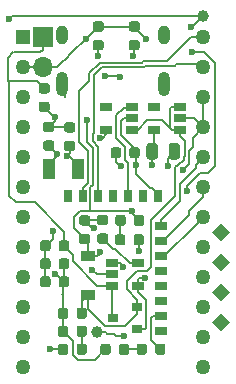
<source format=gbr>
G04 #@! TF.GenerationSoftware,KiCad,Pcbnew,(5.1.9)-1*
G04 #@! TF.CreationDate,2021-01-24T00:06:14-06:00*
G04 #@! TF.ProjectId,BlueMicro840,426c7565-4d69-4637-926f-3834302e6b69,rev?*
G04 #@! TF.SameCoordinates,Original*
G04 #@! TF.FileFunction,Copper,L1,Top*
G04 #@! TF.FilePolarity,Positive*
%FSLAX46Y46*%
G04 Gerber Fmt 4.6, Leading zero omitted, Abs format (unit mm)*
G04 Created by KiCad (PCBNEW (5.1.9)-1) date 2021-01-24 00:06:14*
%MOMM*%
%LPD*%
G01*
G04 APERTURE LIST*
G04 #@! TA.AperFunction,ComponentPad*
%ADD10R,1.000000X0.650000*%
G04 #@! TD*
G04 #@! TA.AperFunction,ComponentPad*
%ADD11R,0.650000X1.000000*%
G04 #@! TD*
G04 #@! TA.AperFunction,SMDPad,CuDef*
%ADD12R,1.000000X1.800000*%
G04 #@! TD*
G04 #@! TA.AperFunction,SMDPad,CuDef*
%ADD13R,1.060000X0.650000*%
G04 #@! TD*
G04 #@! TA.AperFunction,SMDPad,CuDef*
%ADD14R,1.200000X0.900000*%
G04 #@! TD*
G04 #@! TA.AperFunction,SMDPad,CuDef*
%ADD15R,0.900000X0.800000*%
G04 #@! TD*
G04 #@! TA.AperFunction,SMDPad,CuDef*
%ADD16C,1.000000*%
G04 #@! TD*
G04 #@! TA.AperFunction,ComponentPad*
%ADD17C,1.270000*%
G04 #@! TD*
G04 #@! TA.AperFunction,ComponentPad*
%ADD18R,1.250000X1.250000*%
G04 #@! TD*
G04 #@! TA.AperFunction,ComponentPad*
%ADD19C,0.100000*%
G04 #@! TD*
G04 #@! TA.AperFunction,ComponentPad*
%ADD20O,1.000000X1.600000*%
G04 #@! TD*
G04 #@! TA.AperFunction,ComponentPad*
%ADD21O,1.000000X2.100000*%
G04 #@! TD*
G04 #@! TA.AperFunction,ComponentPad*
%ADD22R,1.700000X1.700000*%
G04 #@! TD*
G04 #@! TA.AperFunction,ComponentPad*
%ADD23O,1.700000X1.700000*%
G04 #@! TD*
G04 #@! TA.AperFunction,ViaPad*
%ADD24C,0.600000*%
G04 #@! TD*
G04 #@! TA.AperFunction,Conductor*
%ADD25C,0.200000*%
G04 #@! TD*
G04 APERTURE END LIST*
D10*
X107842533Y-128354775D03*
X107842533Y-129624775D03*
X107842533Y-130894775D03*
X107842533Y-132164775D03*
X107842533Y-133434775D03*
X107842533Y-134704775D03*
X107842533Y-135974775D03*
X107842533Y-137244775D03*
D11*
X101238533Y-125814775D03*
X99968533Y-125814775D03*
X105048533Y-125814775D03*
X102508533Y-125814775D03*
X106318533Y-125814775D03*
X107588533Y-125814775D03*
X103778533Y-125814775D03*
G04 #@! TA.AperFunction,SMDPad,CuDef*
G36*
G01*
X101572033Y-138512525D02*
X101572033Y-139025025D01*
G75*
G02*
X101353283Y-139243775I-218750J0D01*
G01*
X100915783Y-139243775D01*
G75*
G02*
X100697033Y-139025025I0J218750D01*
G01*
X100697033Y-138512525D01*
G75*
G02*
X100915783Y-138293775I218750J0D01*
G01*
X101353283Y-138293775D01*
G75*
G02*
X101572033Y-138512525I0J-218750D01*
G01*
G37*
G04 #@! TD.AperFunction*
G04 #@! TA.AperFunction,SMDPad,CuDef*
G36*
G01*
X99997033Y-138512525D02*
X99997033Y-139025025D01*
G75*
G02*
X99778283Y-139243775I-218750J0D01*
G01*
X99340783Y-139243775D01*
G75*
G02*
X99122033Y-139025025I0J218750D01*
G01*
X99122033Y-138512525D01*
G75*
G02*
X99340783Y-138293775I218750J0D01*
G01*
X99778283Y-138293775D01*
G75*
G02*
X99997033Y-138512525I0J-218750D01*
G01*
G37*
G04 #@! TD.AperFunction*
G04 #@! TA.AperFunction,SMDPad,CuDef*
G36*
G01*
X103973533Y-128103025D02*
X103973533Y-127590525D01*
G75*
G02*
X104192283Y-127371775I218750J0D01*
G01*
X104629783Y-127371775D01*
G75*
G02*
X104848533Y-127590525I0J-218750D01*
G01*
X104848533Y-128103025D01*
G75*
G02*
X104629783Y-128321775I-218750J0D01*
G01*
X104192283Y-128321775D01*
G75*
G02*
X103973533Y-128103025I0J218750D01*
G01*
G37*
G04 #@! TD.AperFunction*
G04 #@! TA.AperFunction,SMDPad,CuDef*
G36*
G01*
X105548533Y-128103025D02*
X105548533Y-127590525D01*
G75*
G02*
X105767283Y-127371775I218750J0D01*
G01*
X106204783Y-127371775D01*
G75*
G02*
X106423533Y-127590525I0J-218750D01*
G01*
X106423533Y-128103025D01*
G75*
G02*
X106204783Y-128321775I-218750J0D01*
G01*
X105767283Y-128321775D01*
G75*
G02*
X105548533Y-128103025I0J218750D01*
G01*
G37*
G04 #@! TD.AperFunction*
D12*
X98360533Y-123528775D03*
X100860533Y-123528775D03*
D13*
X107273533Y-120160775D03*
X107273533Y-118260775D03*
X109473533Y-118260775D03*
X109473533Y-119210775D03*
X109473533Y-120160775D03*
X103717533Y-131468775D03*
X103717533Y-132418775D03*
X103717533Y-133368775D03*
X105917533Y-133368775D03*
X105917533Y-131468775D03*
G04 #@! TA.AperFunction,SMDPad,CuDef*
G36*
G01*
X105777034Y-139025025D02*
X105777034Y-138512525D01*
G75*
G02*
X105995784Y-138293775I218750J0D01*
G01*
X106433284Y-138293775D01*
G75*
G02*
X106652034Y-138512525I0J-218750D01*
G01*
X106652034Y-139025025D01*
G75*
G02*
X106433284Y-139243775I-218750J0D01*
G01*
X105995784Y-139243775D01*
G75*
G02*
X105777034Y-139025025I0J218750D01*
G01*
G37*
G04 #@! TD.AperFunction*
G04 #@! TA.AperFunction,SMDPad,CuDef*
G36*
G01*
X107352034Y-139025025D02*
X107352034Y-138512525D01*
G75*
G02*
X107570784Y-138293775I218750J0D01*
G01*
X108008284Y-138293775D01*
G75*
G02*
X108227034Y-138512525I0J-218750D01*
G01*
X108227034Y-139025025D01*
G75*
G02*
X108008284Y-139243775I-218750J0D01*
G01*
X107570784Y-139243775D01*
G75*
G02*
X107352034Y-139025025I0J218750D01*
G01*
G37*
G04 #@! TD.AperFunction*
G04 #@! TA.AperFunction,SMDPad,CuDef*
G36*
G01*
X98596783Y-121959775D02*
X98084283Y-121959775D01*
G75*
G02*
X97865533Y-121741025I0J218750D01*
G01*
X97865533Y-121303525D01*
G75*
G02*
X98084283Y-121084775I218750J0D01*
G01*
X98596783Y-121084775D01*
G75*
G02*
X98815533Y-121303525I0J-218750D01*
G01*
X98815533Y-121741025D01*
G75*
G02*
X98596783Y-121959775I-218750J0D01*
G01*
G37*
G04 #@! TD.AperFunction*
G04 #@! TA.AperFunction,SMDPad,CuDef*
G36*
G01*
X98596783Y-120384775D02*
X98084283Y-120384775D01*
G75*
G02*
X97865533Y-120166025I0J218750D01*
G01*
X97865533Y-119728525D01*
G75*
G02*
X98084283Y-119509775I218750J0D01*
G01*
X98596783Y-119509775D01*
G75*
G02*
X98815533Y-119728525I0J-218750D01*
G01*
X98815533Y-120166025D01*
G75*
G02*
X98596783Y-120384775I-218750J0D01*
G01*
G37*
G04 #@! TD.AperFunction*
G04 #@! TA.AperFunction,SMDPad,CuDef*
G36*
G01*
X99862283Y-119535276D02*
X100374783Y-119535276D01*
G75*
G02*
X100593533Y-119754026I0J-218750D01*
G01*
X100593533Y-120191526D01*
G75*
G02*
X100374783Y-120410276I-218750J0D01*
G01*
X99862283Y-120410276D01*
G75*
G02*
X99643533Y-120191526I0J218750D01*
G01*
X99643533Y-119754026D01*
G75*
G02*
X99862283Y-119535276I218750J0D01*
G01*
G37*
G04 #@! TD.AperFunction*
G04 #@! TA.AperFunction,SMDPad,CuDef*
G36*
G01*
X99862283Y-121110276D02*
X100374783Y-121110276D01*
G75*
G02*
X100593533Y-121329026I0J-218750D01*
G01*
X100593533Y-121766526D01*
G75*
G02*
X100374783Y-121985276I-218750J0D01*
G01*
X99862283Y-121985276D01*
G75*
G02*
X99643533Y-121766526I0J218750D01*
G01*
X99643533Y-121329026D01*
G75*
G02*
X99862283Y-121110276I218750J0D01*
G01*
G37*
G04 #@! TD.AperFunction*
G04 #@! TA.AperFunction,SMDPad,CuDef*
G36*
G01*
X97703283Y-116233275D02*
X98215783Y-116233275D01*
G75*
G02*
X98434533Y-116452025I0J-218750D01*
G01*
X98434533Y-116889525D01*
G75*
G02*
X98215783Y-117108275I-218750J0D01*
G01*
X97703283Y-117108275D01*
G75*
G02*
X97484533Y-116889525I0J218750D01*
G01*
X97484533Y-116452025D01*
G75*
G02*
X97703283Y-116233275I218750J0D01*
G01*
G37*
G04 #@! TD.AperFunction*
G04 #@! TA.AperFunction,SMDPad,CuDef*
G36*
G01*
X97703283Y-117808275D02*
X98215783Y-117808275D01*
G75*
G02*
X98434533Y-118027025I0J-218750D01*
G01*
X98434533Y-118464525D01*
G75*
G02*
X98215783Y-118683275I-218750J0D01*
G01*
X97703283Y-118683275D01*
G75*
G02*
X97484533Y-118464525I0J218750D01*
G01*
X97484533Y-118027025D01*
G75*
G02*
X97703283Y-117808275I218750J0D01*
G01*
G37*
G04 #@! TD.AperFunction*
G04 #@! TA.AperFunction,SMDPad,CuDef*
G36*
G01*
X99997033Y-135464525D02*
X99997033Y-135977025D01*
G75*
G02*
X99778283Y-136195775I-218750J0D01*
G01*
X99340783Y-136195775D01*
G75*
G02*
X99122033Y-135977025I0J218750D01*
G01*
X99122033Y-135464525D01*
G75*
G02*
X99340783Y-135245775I218750J0D01*
G01*
X99778283Y-135245775D01*
G75*
G02*
X99997033Y-135464525I0J-218750D01*
G01*
G37*
G04 #@! TD.AperFunction*
G04 #@! TA.AperFunction,SMDPad,CuDef*
G36*
G01*
X101572033Y-135464525D02*
X101572033Y-135977025D01*
G75*
G02*
X101353283Y-136195775I-218750J0D01*
G01*
X100915783Y-136195775D01*
G75*
G02*
X100697033Y-135977025I0J218750D01*
G01*
X100697033Y-135464525D01*
G75*
G02*
X100915783Y-135245775I218750J0D01*
G01*
X101353283Y-135245775D01*
G75*
G02*
X101572033Y-135464525I0J-218750D01*
G01*
G37*
G04 #@! TD.AperFunction*
G04 #@! TA.AperFunction,SMDPad,CuDef*
G36*
G01*
X105167533Y-122388025D02*
X105167533Y-121875525D01*
G75*
G02*
X105386283Y-121656775I218750J0D01*
G01*
X105823783Y-121656775D01*
G75*
G02*
X106042533Y-121875525I0J-218750D01*
G01*
X106042533Y-122388025D01*
G75*
G02*
X105823783Y-122606775I-218750J0D01*
G01*
X105386283Y-122606775D01*
G75*
G02*
X105167533Y-122388025I0J218750D01*
G01*
G37*
G04 #@! TD.AperFunction*
G04 #@! TA.AperFunction,SMDPad,CuDef*
G36*
G01*
X103592533Y-122388025D02*
X103592533Y-121875525D01*
G75*
G02*
X103811283Y-121656775I218750J0D01*
G01*
X104248783Y-121656775D01*
G75*
G02*
X104467533Y-121875525I0J-218750D01*
G01*
X104467533Y-122388025D01*
G75*
G02*
X104248783Y-122606775I-218750J0D01*
G01*
X103811283Y-122606775D01*
G75*
G02*
X103592533Y-122388025I0J218750D01*
G01*
G37*
G04 #@! TD.AperFunction*
G04 #@! TA.AperFunction,SMDPad,CuDef*
G36*
G01*
X99198533Y-131786025D02*
X99198533Y-131273525D01*
G75*
G02*
X99417283Y-131054775I218750J0D01*
G01*
X99854783Y-131054775D01*
G75*
G02*
X100073533Y-131273525I0J-218750D01*
G01*
X100073533Y-131786025D01*
G75*
G02*
X99854783Y-132004775I-218750J0D01*
G01*
X99417283Y-132004775D01*
G75*
G02*
X99198533Y-131786025I0J218750D01*
G01*
G37*
G04 #@! TD.AperFunction*
G04 #@! TA.AperFunction,SMDPad,CuDef*
G36*
G01*
X97623533Y-131786025D02*
X97623533Y-131273525D01*
G75*
G02*
X97842283Y-131054775I218750J0D01*
G01*
X98279783Y-131054775D01*
G75*
G02*
X98498533Y-131273525I0J-218750D01*
G01*
X98498533Y-131786025D01*
G75*
G02*
X98279783Y-132004775I-218750J0D01*
G01*
X97842283Y-132004775D01*
G75*
G02*
X97623533Y-131786025I0J218750D01*
G01*
G37*
G04 #@! TD.AperFunction*
G04 #@! TA.AperFunction,SMDPad,CuDef*
G36*
G01*
X105523033Y-129754025D02*
X105523033Y-129241525D01*
G75*
G02*
X105741783Y-129022775I218750J0D01*
G01*
X106179283Y-129022775D01*
G75*
G02*
X106398033Y-129241525I0J-218750D01*
G01*
X106398033Y-129754025D01*
G75*
G02*
X106179283Y-129972775I-218750J0D01*
G01*
X105741783Y-129972775D01*
G75*
G02*
X105523033Y-129754025I0J218750D01*
G01*
G37*
G04 #@! TD.AperFunction*
G04 #@! TA.AperFunction,SMDPad,CuDef*
G36*
G01*
X103948033Y-129754025D02*
X103948033Y-129241525D01*
G75*
G02*
X104166783Y-129022775I218750J0D01*
G01*
X104604283Y-129022775D01*
G75*
G02*
X104823033Y-129241525I0J-218750D01*
G01*
X104823033Y-129754025D01*
G75*
G02*
X104604283Y-129972775I-218750J0D01*
G01*
X104166783Y-129972775D01*
G75*
G02*
X103948033Y-129754025I0J218750D01*
G01*
G37*
G04 #@! TD.AperFunction*
G04 #@! TA.AperFunction,SMDPad,CuDef*
G36*
G01*
X103168783Y-128258775D02*
X102656283Y-128258775D01*
G75*
G02*
X102437533Y-128040025I0J218750D01*
G01*
X102437533Y-127602525D01*
G75*
G02*
X102656283Y-127383775I218750J0D01*
G01*
X103168783Y-127383775D01*
G75*
G02*
X103387533Y-127602525I0J-218750D01*
G01*
X103387533Y-128040025D01*
G75*
G02*
X103168783Y-128258775I-218750J0D01*
G01*
G37*
G04 #@! TD.AperFunction*
G04 #@! TA.AperFunction,SMDPad,CuDef*
G36*
G01*
X103168783Y-129833775D02*
X102656283Y-129833775D01*
G75*
G02*
X102437533Y-129615025I0J218750D01*
G01*
X102437533Y-129177525D01*
G75*
G02*
X102656283Y-128958775I218750J0D01*
G01*
X103168783Y-128958775D01*
G75*
G02*
X103387533Y-129177525I0J-218750D01*
G01*
X103387533Y-129615025D01*
G75*
G02*
X103168783Y-129833775I-218750J0D01*
G01*
G37*
G04 #@! TD.AperFunction*
G04 #@! TA.AperFunction,SMDPad,CuDef*
G36*
G01*
X101644783Y-129859281D02*
X101132283Y-129859281D01*
G75*
G02*
X100913533Y-129640531I0J218750D01*
G01*
X100913533Y-129203031D01*
G75*
G02*
X101132283Y-128984281I218750J0D01*
G01*
X101644783Y-128984281D01*
G75*
G02*
X101863533Y-129203031I0J-218750D01*
G01*
X101863533Y-129640531D01*
G75*
G02*
X101644783Y-129859281I-218750J0D01*
G01*
G37*
G04 #@! TD.AperFunction*
G04 #@! TA.AperFunction,SMDPad,CuDef*
G36*
G01*
X101644783Y-128284281D02*
X101132283Y-128284281D01*
G75*
G02*
X100913533Y-128065531I0J218750D01*
G01*
X100913533Y-127628031D01*
G75*
G02*
X101132283Y-127409281I218750J0D01*
G01*
X101644783Y-127409281D01*
G75*
G02*
X101863533Y-127628031I0J-218750D01*
G01*
X101863533Y-128065531D01*
G75*
G02*
X101644783Y-128284281I-218750J0D01*
G01*
G37*
G04 #@! TD.AperFunction*
G04 #@! TA.AperFunction,SMDPad,CuDef*
G36*
G01*
X100073533Y-129749525D02*
X100073533Y-130262025D01*
G75*
G02*
X99854783Y-130480775I-218750J0D01*
G01*
X99417283Y-130480775D01*
G75*
G02*
X99198533Y-130262025I0J218750D01*
G01*
X99198533Y-129749525D01*
G75*
G02*
X99417283Y-129530775I218750J0D01*
G01*
X99854783Y-129530775D01*
G75*
G02*
X100073533Y-129749525I0J-218750D01*
G01*
G37*
G04 #@! TD.AperFunction*
G04 #@! TA.AperFunction,SMDPad,CuDef*
G36*
G01*
X98498533Y-129749525D02*
X98498533Y-130262025D01*
G75*
G02*
X98279783Y-130480775I-218750J0D01*
G01*
X97842283Y-130480775D01*
G75*
G02*
X97623533Y-130262025I0J218750D01*
G01*
X97623533Y-129749525D01*
G75*
G02*
X97842283Y-129530775I218750J0D01*
G01*
X98279783Y-129530775D01*
G75*
G02*
X98498533Y-129749525I0J-218750D01*
G01*
G37*
G04 #@! TD.AperFunction*
G04 #@! TA.AperFunction,SMDPad,CuDef*
G36*
G01*
X99997033Y-136988525D02*
X99997033Y-137501025D01*
G75*
G02*
X99778283Y-137719775I-218750J0D01*
G01*
X99340783Y-137719775D01*
G75*
G02*
X99122033Y-137501025I0J218750D01*
G01*
X99122033Y-136988525D01*
G75*
G02*
X99340783Y-136769775I218750J0D01*
G01*
X99778283Y-136769775D01*
G75*
G02*
X99997033Y-136988525I0J-218750D01*
G01*
G37*
G04 #@! TD.AperFunction*
G04 #@! TA.AperFunction,SMDPad,CuDef*
G36*
G01*
X101572033Y-136988525D02*
X101572033Y-137501025D01*
G75*
G02*
X101353283Y-137719775I-218750J0D01*
G01*
X100915783Y-137719775D01*
G75*
G02*
X100697033Y-137501025I0J218750D01*
G01*
X100697033Y-136988525D01*
G75*
G02*
X100915783Y-136769775I218750J0D01*
G01*
X101353283Y-136769775D01*
G75*
G02*
X101572033Y-136988525I0J-218750D01*
G01*
G37*
G04 #@! TD.AperFunction*
G04 #@! TA.AperFunction,SMDPad,CuDef*
G36*
G01*
X97623533Y-133310025D02*
X97623533Y-132797525D01*
G75*
G02*
X97842283Y-132578775I218750J0D01*
G01*
X98279783Y-132578775D01*
G75*
G02*
X98498533Y-132797525I0J-218750D01*
G01*
X98498533Y-133310025D01*
G75*
G02*
X98279783Y-133528775I-218750J0D01*
G01*
X97842283Y-133528775D01*
G75*
G02*
X97623533Y-133310025I0J218750D01*
G01*
G37*
G04 #@! TD.AperFunction*
G04 #@! TA.AperFunction,SMDPad,CuDef*
G36*
G01*
X99198533Y-133310025D02*
X99198533Y-132797525D01*
G75*
G02*
X99417283Y-132578775I218750J0D01*
G01*
X99854783Y-132578775D01*
G75*
G02*
X100073533Y-132797525I0J-218750D01*
G01*
X100073533Y-133310025D01*
G75*
G02*
X99854783Y-133528775I-218750J0D01*
G01*
X99417283Y-133528775D01*
G75*
G02*
X99198533Y-133310025I0J218750D01*
G01*
G37*
G04 #@! TD.AperFunction*
G04 #@! TA.AperFunction,SMDPad,CuDef*
G36*
G01*
X105153533Y-138512525D02*
X105153533Y-139025025D01*
G75*
G02*
X104934783Y-139243775I-218750J0D01*
G01*
X104497283Y-139243775D01*
G75*
G02*
X104278533Y-139025025I0J218750D01*
G01*
X104278533Y-138512525D01*
G75*
G02*
X104497283Y-138293775I218750J0D01*
G01*
X104934783Y-138293775D01*
G75*
G02*
X105153533Y-138512525I0J-218750D01*
G01*
G37*
G04 #@! TD.AperFunction*
G04 #@! TA.AperFunction,SMDPad,CuDef*
G36*
G01*
X103578533Y-138512525D02*
X103578533Y-139025025D01*
G75*
G02*
X103359783Y-139243775I-218750J0D01*
G01*
X102922283Y-139243775D01*
G75*
G02*
X102703533Y-139025025I0J218750D01*
G01*
X102703533Y-138512525D01*
G75*
G02*
X102922283Y-138293775I218750J0D01*
G01*
X103359783Y-138293775D01*
G75*
G02*
X103578533Y-138512525I0J-218750D01*
G01*
G37*
G04 #@! TD.AperFunction*
D14*
X101642533Y-134196775D03*
X101642533Y-130896775D03*
D15*
X105817533Y-137051775D03*
X105817533Y-135151775D03*
X103817533Y-136101775D03*
D16*
X102461533Y-137312775D03*
X111421533Y-110574775D03*
G04 #@! TA.AperFunction,SMDPad,CuDef*
G36*
G01*
X109466033Y-121548525D02*
X109466033Y-122461025D01*
G75*
G02*
X109222283Y-122704775I-243750J0D01*
G01*
X108734783Y-122704775D01*
G75*
G02*
X108491033Y-122461025I0J243750D01*
G01*
X108491033Y-121548525D01*
G75*
G02*
X108734783Y-121304775I243750J0D01*
G01*
X109222283Y-121304775D01*
G75*
G02*
X109466033Y-121548525I0J-243750D01*
G01*
G37*
G04 #@! TD.AperFunction*
G04 #@! TA.AperFunction,SMDPad,CuDef*
G36*
G01*
X107591033Y-121548525D02*
X107591033Y-122461025D01*
G75*
G02*
X107347283Y-122704775I-243750J0D01*
G01*
X106859783Y-122704775D01*
G75*
G02*
X106616033Y-122461025I0J243750D01*
G01*
X106616033Y-121548525D01*
G75*
G02*
X106859783Y-121304775I243750J0D01*
G01*
X107347283Y-121304775D01*
G75*
G02*
X107591033Y-121548525I0J-243750D01*
G01*
G37*
G04 #@! TD.AperFunction*
D17*
X111421533Y-112352775D03*
X111421533Y-114892775D03*
X111421533Y-117432775D03*
X111421533Y-119972775D03*
X111421533Y-122512775D03*
X111421533Y-125052775D03*
X111421533Y-127592775D03*
X111421533Y-130132775D03*
X111421533Y-132672775D03*
X111421533Y-135212775D03*
X111421533Y-137752775D03*
X111421533Y-140292775D03*
X96181533Y-140292775D03*
X96181533Y-137752775D03*
X96181533Y-135212775D03*
X96181533Y-132672775D03*
X96181533Y-130132775D03*
X96181533Y-127592775D03*
X96181533Y-125052775D03*
X96181533Y-122512775D03*
X96181533Y-119972775D03*
X96181533Y-117432775D03*
X96181533Y-114892775D03*
D18*
X96181533Y-112352775D03*
G04 #@! TA.AperFunction,ComponentPad*
D19*
G36*
X112945533Y-134720592D02*
G01*
X112167716Y-133942775D01*
X112945533Y-133164958D01*
X113723350Y-133942775D01*
X112945533Y-134720592D01*
G37*
G04 #@! TD.AperFunction*
G04 #@! TA.AperFunction,ComponentPad*
G36*
X112945533Y-137260592D02*
G01*
X112167716Y-136482775D01*
X112945533Y-135704958D01*
X113723350Y-136482775D01*
X112945533Y-137260592D01*
G37*
G04 #@! TD.AperFunction*
G04 #@! TA.AperFunction,ComponentPad*
G36*
X112945533Y-129640592D02*
G01*
X112167716Y-128862775D01*
X112945533Y-128084958D01*
X113723350Y-128862775D01*
X112945533Y-129640592D01*
G37*
G04 #@! TD.AperFunction*
G04 #@! TA.AperFunction,ComponentPad*
G36*
X112945533Y-132180592D02*
G01*
X112167716Y-131402775D01*
X112945533Y-130624958D01*
X113723350Y-131402775D01*
X112945533Y-132180592D01*
G37*
G04 #@! TD.AperFunction*
D20*
X108121533Y-112162775D03*
X99481533Y-112162775D03*
D21*
X108121533Y-116342775D03*
X99481533Y-116342775D03*
G04 #@! TA.AperFunction,SMDPad,CuDef*
G36*
G01*
X105835783Y-113450775D02*
X105323283Y-113450775D01*
G75*
G02*
X105104533Y-113232025I0J218750D01*
G01*
X105104533Y-112794525D01*
G75*
G02*
X105323283Y-112575775I218750J0D01*
G01*
X105835783Y-112575775D01*
G75*
G02*
X106054533Y-112794525I0J-218750D01*
G01*
X106054533Y-113232025D01*
G75*
G02*
X105835783Y-113450775I-218750J0D01*
G01*
G37*
G04 #@! TD.AperFunction*
G04 #@! TA.AperFunction,SMDPad,CuDef*
G36*
G01*
X105835783Y-111875775D02*
X105323283Y-111875775D01*
G75*
G02*
X105104533Y-111657025I0J218750D01*
G01*
X105104533Y-111219525D01*
G75*
G02*
X105323283Y-111000775I218750J0D01*
G01*
X105835783Y-111000775D01*
G75*
G02*
X106054533Y-111219525I0J-218750D01*
G01*
X106054533Y-111657025D01*
G75*
G02*
X105835783Y-111875775I-218750J0D01*
G01*
G37*
G04 #@! TD.AperFunction*
G04 #@! TA.AperFunction,SMDPad,CuDef*
G36*
G01*
X102787783Y-111875775D02*
X102275283Y-111875775D01*
G75*
G02*
X102056533Y-111657025I0J218750D01*
G01*
X102056533Y-111219525D01*
G75*
G02*
X102275283Y-111000775I218750J0D01*
G01*
X102787783Y-111000775D01*
G75*
G02*
X103006533Y-111219525I0J-218750D01*
G01*
X103006533Y-111657025D01*
G75*
G02*
X102787783Y-111875775I-218750J0D01*
G01*
G37*
G04 #@! TD.AperFunction*
G04 #@! TA.AperFunction,SMDPad,CuDef*
G36*
G01*
X102787783Y-113450775D02*
X102275283Y-113450775D01*
G75*
G02*
X102056533Y-113232025I0J218750D01*
G01*
X102056533Y-112794525D01*
G75*
G02*
X102275283Y-112575775I218750J0D01*
G01*
X102787783Y-112575775D01*
G75*
G02*
X103006533Y-112794525I0J-218750D01*
G01*
X103006533Y-113232025D01*
G75*
G02*
X102787783Y-113450775I-218750J0D01*
G01*
G37*
G04 #@! TD.AperFunction*
D13*
X105409533Y-120160775D03*
X105409533Y-119210775D03*
X105409533Y-118260775D03*
X103209533Y-118260775D03*
X103209533Y-120160775D03*
D22*
X97832533Y-112352775D03*
D23*
X97832533Y-114892775D03*
D24*
X105706533Y-123147775D03*
X102023533Y-132037775D03*
X109743368Y-123578871D03*
X106595533Y-112479775D03*
X101490033Y-112479775D03*
X98861537Y-132362771D03*
X102161533Y-128462775D03*
X98861537Y-119062775D03*
X99061533Y-122262769D03*
X107103533Y-123147775D03*
X104436533Y-123274775D03*
X94995261Y-110785503D03*
X110481733Y-113622775D03*
X110380133Y-111489175D03*
X110061533Y-125362775D03*
X98682535Y-128735775D03*
X101571523Y-119337775D03*
X102661533Y-130562775D03*
X105361533Y-127062775D03*
X106469430Y-132693794D03*
X99861533Y-122362773D03*
X108455430Y-123280958D03*
X103081533Y-115602775D03*
X104381545Y-115672783D03*
X104631709Y-131761480D03*
X105961533Y-130462775D03*
X98467533Y-138768775D03*
X102515379Y-113914609D03*
X105466522Y-113892754D03*
X102658535Y-120861775D03*
X104690533Y-137600375D03*
D25*
X100397023Y-139239905D02*
X100814893Y-139657775D01*
X99559533Y-137244775D02*
X100397023Y-138082265D01*
X100397023Y-138082265D02*
X100397023Y-139239905D01*
X102252033Y-139657775D02*
X103141033Y-138768775D01*
X100814893Y-139657775D02*
X102252033Y-139657775D01*
X99559533Y-137244775D02*
X99559533Y-135720775D01*
X101414039Y-127821275D02*
X101388533Y-127846781D01*
X102912533Y-127821275D02*
X101414039Y-127821275D01*
X100093032Y-119947275D02*
X100118533Y-119972776D01*
X98340533Y-119947275D02*
X100093032Y-119947275D01*
X105706533Y-122233275D02*
X105605033Y-122131775D01*
X105706533Y-123147775D02*
X105706533Y-122233275D01*
X107588533Y-125639775D02*
X107588533Y-125814775D01*
X107063533Y-125114775D02*
X107588533Y-125639775D01*
X106888533Y-125114775D02*
X107063533Y-125114775D01*
X105706533Y-123932775D02*
X106888533Y-125114775D01*
X105706533Y-123147775D02*
X105706533Y-123932775D01*
X110659533Y-119210775D02*
X111421533Y-119972775D01*
X109473533Y-119210775D02*
X110659533Y-119210775D01*
X111421533Y-119074750D02*
X111421533Y-117432775D01*
X111421533Y-119972775D02*
X111421533Y-119074750D01*
X99559533Y-133130275D02*
X99636033Y-133053775D01*
X99636033Y-133053775D02*
X99636033Y-131529775D01*
X103717533Y-132418775D02*
X102404533Y-132418775D01*
X102404533Y-132418775D02*
X102023533Y-132037775D01*
X110245232Y-121948150D02*
X110245232Y-123077007D01*
X110545234Y-120849074D02*
X110545234Y-121648148D01*
X110245232Y-123077007D02*
X110043367Y-123278872D01*
X110545234Y-121648148D02*
X110245232Y-121948150D01*
X110043367Y-123278872D02*
X109743368Y-123578871D01*
X111421533Y-119972775D02*
X110545234Y-120849074D01*
X99559533Y-134196775D02*
X99559533Y-133130275D01*
X99559533Y-135720775D02*
X99559533Y-134196775D01*
X99559533Y-134196775D02*
X99432533Y-134069775D01*
X105579533Y-111438275D02*
X102531533Y-111438275D01*
X99712033Y-114257775D02*
X100347033Y-113622775D01*
X105409533Y-119083775D02*
X105663533Y-119337775D01*
X104679533Y-119210775D02*
X104455543Y-119434765D01*
X105409533Y-119210775D02*
X104679533Y-119210775D01*
X105605033Y-121751277D02*
X105605033Y-122131775D01*
X104455543Y-120601787D02*
X105605033Y-121751277D01*
X104455543Y-119434765D02*
X104455543Y-120601787D01*
X105579533Y-111438275D02*
X105579533Y-111463775D01*
X105579533Y-111463775D02*
X106595533Y-112479775D01*
X102531533Y-111438275D02*
X101490033Y-112479775D01*
X101490033Y-112479775D02*
X100347033Y-113622775D01*
X96181533Y-114892775D02*
X97832533Y-114892775D01*
X99669614Y-114257775D02*
X99712033Y-114257775D01*
X99034614Y-114892775D02*
X99669614Y-114257775D01*
X97832533Y-114892775D02*
X99034614Y-114892775D01*
X98945029Y-132362771D02*
X98861537Y-132362771D01*
X99636033Y-133053775D02*
X98945029Y-132362771D01*
X101388533Y-127846781D02*
X102004527Y-128462775D01*
X102004527Y-128462775D02*
X102161533Y-128462775D01*
X98340533Y-119947275D02*
X98861537Y-119426271D01*
X98861537Y-119426271D02*
X98861537Y-119062775D01*
X97959533Y-118245775D02*
X98776533Y-119062775D01*
X98776533Y-119062775D02*
X98861537Y-119062775D01*
X98360533Y-123528775D02*
X98360533Y-123128775D01*
X98340533Y-121522275D02*
X99061533Y-122243275D01*
X99061533Y-122243275D02*
X99061533Y-122262769D01*
X98360533Y-123128775D02*
X99061533Y-122427775D01*
X99061533Y-122427775D02*
X99061533Y-122262769D01*
X107103533Y-122385775D02*
X107357533Y-122131775D01*
X107103533Y-123147775D02*
X107103533Y-122385775D01*
X107273533Y-122047775D02*
X107357533Y-122131775D01*
X107273533Y-120160775D02*
X107273533Y-122047775D01*
X104136534Y-122974776D02*
X104436533Y-123274775D01*
X104030033Y-122868275D02*
X104136534Y-122974776D01*
X104030033Y-122131775D02*
X104030033Y-122868275D01*
X95205989Y-110574775D02*
X94995261Y-110785503D01*
X111421533Y-110574775D02*
X95205989Y-110574775D01*
X110507133Y-111489175D02*
X110380133Y-111489175D01*
X111421533Y-110574775D02*
X110507133Y-111489175D01*
X94987733Y-110777975D02*
X94995261Y-110785503D01*
X94987733Y-110752575D02*
X94987733Y-110777975D01*
X112412133Y-123263101D02*
X111798760Y-123876474D01*
X112412133Y-114544711D02*
X112412133Y-123263101D01*
X111798760Y-123876474D02*
X111123570Y-123876474D01*
X111490197Y-113622775D02*
X112412133Y-114544711D01*
X111123570Y-123876474D02*
X110061533Y-124938511D01*
X110061533Y-124938511D02*
X110061533Y-125362775D01*
X110481733Y-113622775D02*
X111490197Y-113622775D01*
X111167533Y-114638775D02*
X111421533Y-114892775D01*
X109100534Y-114638775D02*
X111167533Y-114638775D01*
X109011533Y-114762775D02*
X109135533Y-114638775D01*
X102841533Y-114892775D02*
X106398237Y-114892775D01*
X102171533Y-115562775D02*
X102841533Y-114892775D01*
X102171533Y-120460771D02*
X102171533Y-115562775D01*
X102058530Y-120573774D02*
X102171533Y-120460771D01*
X102058530Y-121149776D02*
X102058530Y-120573774D01*
X106398237Y-114892775D02*
X106528237Y-114762775D01*
X102508533Y-121599777D02*
X102058530Y-121149776D01*
X102508533Y-125814775D02*
X102508533Y-121599777D01*
X106528237Y-114762775D02*
X109011533Y-114762775D01*
X101771522Y-116032786D02*
X100893543Y-116910765D01*
X102675844Y-114492764D02*
X101771522Y-115397086D01*
X106232548Y-114492764D02*
X102675844Y-114492764D01*
X100893543Y-116910765D02*
X100893543Y-121206801D01*
X101660534Y-121973792D02*
X101660534Y-124668776D01*
X106362548Y-114362764D02*
X106232548Y-114492764D01*
X100893543Y-121206801D02*
X101660534Y-121973792D01*
X101771522Y-115397086D02*
X101771522Y-116032786D01*
X110405533Y-112352775D02*
X108395544Y-114362764D01*
X108395544Y-114362764D02*
X106362548Y-114362764D01*
X101660534Y-124668776D02*
X101238533Y-125090777D01*
X111421533Y-112352775D02*
X110405533Y-112352775D01*
X101238533Y-125090777D02*
X101238533Y-125114775D01*
X101238533Y-125114775D02*
X101238533Y-125814775D01*
X98061033Y-133053775D02*
X98061033Y-131529775D01*
X98061033Y-131529775D02*
X98061033Y-130005775D01*
X98682535Y-129384273D02*
X98061033Y-130005775D01*
X98682535Y-128735775D02*
X98682535Y-129384273D01*
X105917533Y-133893775D02*
X105917533Y-133368775D01*
X106576523Y-134552765D02*
X105917533Y-133893775D01*
X106576523Y-136942785D02*
X106576523Y-134552765D01*
X106467533Y-137051775D02*
X106576523Y-136942785D01*
X105817533Y-137051775D02*
X106467533Y-137051775D01*
X101642533Y-129675781D02*
X101388533Y-129421781D01*
X101642533Y-130896775D02*
X101642533Y-129675781D01*
X101769533Y-119337775D02*
X101571523Y-119337775D01*
X102442533Y-130896775D02*
X102661533Y-130677775D01*
X101642533Y-130896775D02*
X102442533Y-130896775D01*
X102661533Y-130677775D02*
X102661533Y-130562775D01*
X100496167Y-128529415D02*
X100926921Y-128960169D01*
X100954909Y-127071765D02*
X100496167Y-127530507D01*
X100926921Y-128960169D02*
X101388533Y-129421781D01*
X101769533Y-127071765D02*
X100954909Y-127071765D01*
X100496167Y-127530507D02*
X100496167Y-128529415D01*
X105361533Y-127222275D02*
X105361533Y-127062775D01*
X105986033Y-127846775D02*
X105361533Y-127222275D01*
X101769533Y-127071765D02*
X101778523Y-127062775D01*
X101778523Y-127062775D02*
X104937269Y-127062775D01*
X104937269Y-127062775D02*
X105361533Y-127062775D01*
X101863534Y-125031476D02*
X102060545Y-124834465D01*
X102060545Y-124834465D02*
X102060545Y-121717489D01*
X102060545Y-121717489D02*
X101571523Y-121228467D01*
X101571523Y-119762039D02*
X101571523Y-119337775D01*
X101863534Y-126977764D02*
X101863534Y-125031476D01*
X101769533Y-127071765D02*
X101863534Y-126977764D01*
X101571523Y-121228467D02*
X101571523Y-119762039D01*
X106067514Y-132693794D02*
X106469430Y-132693794D01*
X105917533Y-133368775D02*
X105917533Y-132843775D01*
X105917533Y-132843775D02*
X106067514Y-132693794D01*
X100118533Y-122105773D02*
X99861533Y-122362773D01*
X100094531Y-122362773D02*
X99861533Y-122362773D01*
X100860533Y-123128775D02*
X100094531Y-122362773D01*
X100118533Y-121547776D02*
X100118533Y-122105773D01*
X100860533Y-123528775D02*
X100860533Y-123128775D01*
X108932533Y-122131775D02*
X108455430Y-122608878D01*
X108455430Y-122608878D02*
X108455430Y-122856694D01*
X108455430Y-122856694D02*
X108455430Y-123280958D01*
X103717533Y-136001775D02*
X103817533Y-136101775D01*
X103717533Y-133368775D02*
X103717533Y-136001775D01*
X100373543Y-131275789D02*
X100373543Y-130743285D01*
X100097645Y-130467387D02*
X99636033Y-130005775D01*
X100373543Y-130743285D02*
X100097645Y-130467387D01*
X102466529Y-133368775D02*
X100373543Y-131275789D01*
X103717533Y-133368775D02*
X102466529Y-133368775D01*
X97451533Y-113073773D02*
X97451533Y-112987775D01*
X94911533Y-116035775D02*
X94911533Y-114067275D01*
X94911533Y-114067275D02*
X95356033Y-113622775D01*
X97832533Y-113402775D02*
X97832533Y-112352775D01*
X97612533Y-113622775D02*
X97832533Y-113402775D01*
X95394033Y-113622775D02*
X97612533Y-113622775D01*
X96168335Y-116035775D02*
X94911533Y-116035775D01*
X97959533Y-116670775D02*
X97324533Y-116035775D01*
X97324533Y-116035775D02*
X96168335Y-116035775D01*
X95013133Y-116137375D02*
X94911533Y-116035775D01*
X99636033Y-130005775D02*
X99636033Y-128801271D01*
X99636033Y-128801271D02*
X97145785Y-126311023D01*
X97145785Y-126311023D02*
X97134033Y-126322775D01*
X97134033Y-126322775D02*
X95546533Y-126322775D01*
X95546533Y-126322775D02*
X95013133Y-125789375D01*
X95013133Y-125789375D02*
X95013133Y-116137375D01*
X104311537Y-115602775D02*
X104381545Y-115672783D01*
X103081533Y-115602775D02*
X104311537Y-115602775D01*
X110786534Y-128227774D02*
X111421533Y-127592775D01*
X108119533Y-130894775D02*
X110786534Y-128227774D01*
X107842533Y-130894775D02*
X108119533Y-130894775D01*
X107842533Y-128354775D02*
X107842533Y-127829775D01*
X109424531Y-124785710D02*
X110786534Y-123423707D01*
X107842533Y-127829775D02*
X109424531Y-126247777D01*
X110786534Y-123147774D02*
X111421533Y-122512775D01*
X110786534Y-123423707D02*
X110786534Y-123147774D01*
X109424531Y-126247777D02*
X109424531Y-124785710D01*
X104447533Y-131468775D02*
X103717533Y-131468775D01*
X105960533Y-129497775D02*
X105960533Y-130072775D01*
X104447533Y-131468775D02*
X104447533Y-131577304D01*
X104447533Y-131577304D02*
X104631709Y-131761480D01*
X105960533Y-129497775D02*
X105960533Y-130461775D01*
X105960533Y-130461775D02*
X105961533Y-130462775D01*
X105187533Y-131468775D02*
X105917533Y-131468775D01*
X103991543Y-130272785D02*
X105187533Y-131468775D01*
X103789043Y-130272785D02*
X103991543Y-130272785D01*
X102912533Y-129396275D02*
X103789043Y-130272785D01*
X104411033Y-129472275D02*
X104385533Y-129497775D01*
X104411033Y-127846775D02*
X104411033Y-129472275D01*
X110245232Y-127397076D02*
X108017533Y-129624775D01*
X108017533Y-129624775D02*
X107842533Y-129624775D01*
X110245232Y-127028150D02*
X110245232Y-127397076D01*
X111421533Y-125851849D02*
X110245232Y-127028150D01*
X111421533Y-125052775D02*
X111421533Y-125851849D01*
X98467533Y-138768775D02*
X99559533Y-138768775D01*
X101134533Y-137244775D02*
X101134533Y-138768775D01*
X106214534Y-138768775D02*
X104716033Y-138768775D01*
X107327922Y-138307163D02*
X107789534Y-138768775D01*
X106976533Y-137955774D02*
X107327922Y-138307163D01*
X106976533Y-136140775D02*
X106976533Y-137955774D01*
X107142533Y-135974775D02*
X106976533Y-136140775D01*
X107842533Y-135974775D02*
X107142533Y-135974775D01*
X99737532Y-116543774D02*
X99737532Y-117432775D01*
X102531533Y-113013275D02*
X102531533Y-113898455D01*
X102531533Y-113898455D02*
X102515379Y-113914609D01*
X105579533Y-113013275D02*
X105579533Y-113779743D01*
X105579533Y-113779743D02*
X105466522Y-113892754D01*
X101642533Y-134846775D02*
X101642533Y-134196775D01*
X101642533Y-135316777D02*
X101642533Y-134846775D01*
X103127532Y-136801776D02*
X101642533Y-135316777D01*
X104767532Y-136801776D02*
X103127532Y-136801776D01*
X105817533Y-135751775D02*
X104767532Y-136801776D01*
X105817533Y-135151775D02*
X105817533Y-135751775D01*
X101134533Y-134704775D02*
X101642533Y-134196775D01*
X101134533Y-135720775D02*
X101134533Y-134704775D01*
X108643532Y-120060774D02*
X108743533Y-120160775D01*
X108643532Y-118360776D02*
X108643532Y-120060774D01*
X108743533Y-118260775D02*
X108643532Y-118360776D01*
X109473533Y-118260775D02*
X108743533Y-118260775D01*
X105878531Y-120160775D02*
X106701531Y-119337775D01*
X105409533Y-120160775D02*
X105878531Y-120160775D01*
X108743533Y-120160775D02*
X109473533Y-120160775D01*
X107920533Y-119337775D02*
X108743533Y-120160775D01*
X106701531Y-119337775D02*
X107920533Y-119337775D01*
X105817533Y-134551775D02*
X105817533Y-135151775D01*
X109024520Y-125807786D02*
X106976533Y-127855773D01*
X106976533Y-131804777D02*
X106687534Y-132093776D01*
X109262533Y-123147775D02*
X109055440Y-123354868D01*
X104944533Y-133678775D02*
X105817533Y-134551775D01*
X104944533Y-132946773D02*
X104944533Y-133678775D01*
X106976533Y-127855773D02*
X106976533Y-131804777D01*
X106687534Y-132093776D02*
X105797530Y-132093776D01*
X109024520Y-124599084D02*
X109024520Y-125807786D01*
X109055440Y-124568164D02*
X109024520Y-124599084D01*
X109055440Y-123354868D02*
X109055440Y-124568164D01*
X109326033Y-123147775D02*
X109262533Y-123147775D01*
X109766043Y-122506905D02*
X109766043Y-122707765D01*
X109845221Y-121782461D02*
X109845221Y-122427727D01*
X109897533Y-121730149D02*
X109845221Y-121782461D01*
X109473533Y-120685775D02*
X109897533Y-121109775D01*
X109473533Y-120160775D02*
X109473533Y-120685775D01*
X109766043Y-122707765D02*
X109326033Y-123147775D01*
X109845221Y-122427727D02*
X109766043Y-122506905D01*
X105797530Y-132093776D02*
X104944533Y-132946773D01*
X109897533Y-121109775D02*
X109897533Y-121730149D01*
X105048533Y-125114775D02*
X105048533Y-125814775D01*
X104817533Y-122767773D02*
X105048533Y-122998773D01*
X105221533Y-118321775D02*
X104690533Y-118321775D01*
X105409533Y-118133775D02*
X105221533Y-118321775D01*
X104690533Y-118321775D02*
X104055533Y-118956775D01*
X104055533Y-118956775D02*
X104055533Y-120861775D01*
X104055533Y-120861775D02*
X104817533Y-121623775D01*
X105048533Y-122998773D02*
X105048533Y-125114775D01*
X104817533Y-121623775D02*
X104817533Y-122767773D01*
X103209533Y-120033775D02*
X103209533Y-120558775D01*
X102906533Y-120861775D02*
X102658535Y-120861775D01*
X103209533Y-120558775D02*
X102906533Y-120861775D01*
X104055533Y-137600375D02*
X103903133Y-137447975D01*
X104690533Y-137600375D02*
X104055533Y-137600375D01*
X103303839Y-137447975D02*
X103903133Y-137447975D01*
X103168639Y-137312775D02*
X103303839Y-137447975D01*
X102461533Y-137312775D02*
X103168639Y-137312775D01*
M02*

</source>
